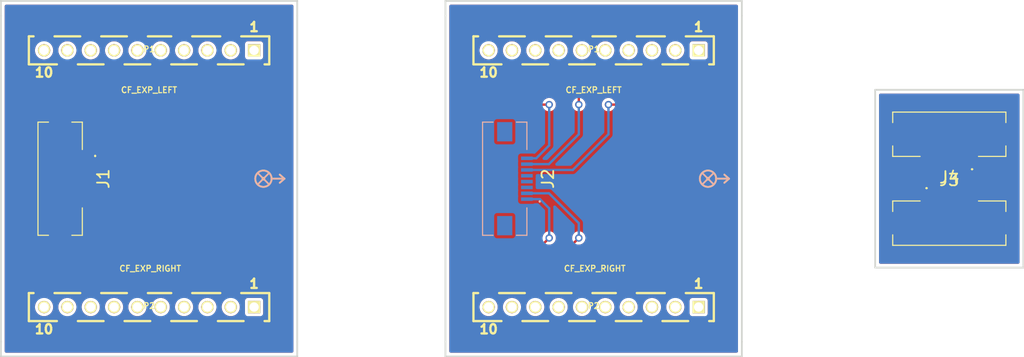
<source format=kicad_pcb>
(kicad_pcb (version 20171130) (host pcbnew "(5.1.9)-1")
  (title_block (title "Crazyflie 2.0 expansion template") (date "20 okt 2014") (rev A) (company "Bitcraze AB") (comment 1 "Licensed under CC-BY 4.0"))
  (layers (0 F.Cu signal) (31 B.Cu signal) (34 B.Paste user) (35 F.Paste user) (36 B.SilkS user) (37 F.SilkS user) (38 B.Mask user) (39 F.Mask user) (44 Edge.Cuts user))
  (net 0 "")
  (net 1 "Net-(P1-Pad2)")
  (net 2 "Net-(P1-Pad1)")
  (net 3 "Net-(P1-Pad8)")
  (net 4 "Net-(P1-Pad9)")
  (net 5 "Net-(P1-Pad3)")
  (net 6 "Net-(P1-Pad7)")
  (net 7 "Net-(P1-Pad6)")
  (net 8 "Net-(P2-Pad10)")
  (net 9 "Net-(P2-Pad2)")
  (net 10 "Net-(P2-Pad1)")
  (net 11 "Net-(P2-Pad3)")
  (net 12 "Net-(P2-Pad4)")
  (net 13 "Net-(P2-Pad7)")
  (net 14 "Net-(P2-Pad6)")
  (net 15 "Net-(P2-Pad5)")
  (net 16 "Net-(J1-Pad1)")
  (net 17 "Net-(J1-Pad2)")
  (net 18 "Net-(J1-Pad3)")
  (net 19 "Net-(J1-Pad4)")
  (net 20 "Net-(J1-Pad5)")
  (net 21 "Net-(J1-Pad6)")
  (net 22 "Net-(J1-Pad7)")
  (net 23 "Net-(J1-Pad8)")
  (net 24 "Net-(J2-Pad8)")
  (net 25 "Net-(J2-Pad7)")
  (net 26 "Net-(J2-Pad6)")
  (net 27 "Net-(J2-Pad5)")
  (net 28 "Net-(J2-Pad4)")
  (net 29 "Net-(J2-Pad3)")
  (net 30 "Net-(J2-Pad2)")
  (net 31 "Net-(J2-Pad1)")
  (net 32 "Net-(J3-Pad1)")
  (net 33 "Net-(J3-Pad2)")
  (net 34 "Net-(J3-Pad3)")
  (net 35 "Net-(J3-Pad4)")
  (net 36 "Net-(J3-Pad5)")
  (net 37 "Net-(J3-Pad6)")
  (net 38 "Net-(J3-Pad7)")
  (net 39 "Net-(J3-Pad8)")
  (module SamacSys_Parts:687108183722 (layer F.Cu) (at 131.381 97.00092 270)
    (fp_text reference J1 (at 0 -3.7 90) (layer F.SilkS))
    (fp_text value Conn_01x08)
    (fp_line (start -1.9 -3) (end -1.9 -3) (layer F.SilkS) (width 0.1))
    (fp_line (start -2 -3) (end -2 -3) (layer F.SilkS) (width 0.1))
    (fp_line (start 4.85 -1.9) (end 4.85 -1) (layer F.SilkS) (width 0.1))
    (fp_line (start 2.5 -1.9) (end 4.85 -1.9) (layer F.SilkS) (width 0.1))
    (fp_line (start -4.85 -1.9) (end -2.5 -1.9) (layer F.SilkS) (width 0.1))
    (fp_line (start -4.85 -1) (end -4.85 -1.9) (layer F.SilkS) (width 0.1))
    (fp_line (start 4.85 1.9) (end 4.85 1) (layer F.SilkS) (width 0.1))
    (fp_line (start -4.85 1.9) (end 4.85 1.9) (layer F.SilkS) (width 0.1))
    (fp_line (start -4.85 1) (end -4.85 1.9) (layer F.SilkS) (width 0.1))
    (fp_arc (start -1.95 -3) (end -1.9 -3) (angle -180) (layer F.SilkS) (width 0.1))
    (fp_arc (start -1.95 -3) (end -2 -3) (angle -180) (layer F.SilkS) (width 0.1))
    (pad MP2 smd rect (at 4.025 0) (size 1.3 1.65) (layers F.Cu F.Paste F.Mask))
    (pad MP1 smd rect (at -4.025 0) (size 1.3 1.65) (layers F.Cu F.Paste F.Mask))
    (pad 8 smd rect (at 1.75 -1.9 270) (size 0.3 1) (layers F.Cu F.Paste F.Mask) (net 23 "Net-(J1-Pad8)"))
    (pad 7 smd rect (at 1.25 -1.9 270) (size 0.3 1) (layers F.Cu F.Paste F.Mask) (net 22 "Net-(J1-Pad7)"))
    (pad 6 smd rect (at 0.75 -1.9 270) (size 0.3 1) (layers F.Cu F.Paste F.Mask) (net 21 "Net-(J1-Pad6)"))
    (pad 5 smd rect (at 0.25 -1.9 270) (size 0.3 1) (layers F.Cu F.Paste F.Mask) (net 20 "Net-(J1-Pad5)"))
    (pad 4 smd rect (at -0.25 -1.9 270) (size 0.3 1) (layers F.Cu F.Paste F.Mask) (net 19 "Net-(J1-Pad4)"))
    (pad 3 smd rect (at -0.75 -1.9 270) (size 0.3 1) (layers F.Cu F.Paste F.Mask) (net 18 "Net-(J1-Pad3)"))
    (pad 2 smd rect (at -1.25 -1.9 270) (size 0.3 1) (layers F.Cu F.Paste F.Mask) (net 17 "Net-(J1-Pad2)"))
    (pad 1 smd rect (at -1.75 -1.9 270) (size 0.3 1) (layers F.Cu F.Paste F.Mask) (net 16 "Net-(J1-Pad1)"))
  )
  (module SamacSys_Parts:687108183722 (layer B.Cu) (at 169.481 97.00092 90)
    (fp_text reference J2 (at 0 3.7 90) (layer F.SilkS))
    (fp_text value Conn_01x08)
    (fp_line (start -1.9 3) (end -1.9 3) (layer B.SilkS) (width 0.1))
    (fp_line (start -2 3) (end -2 3) (layer B.SilkS) (width 0.1))
    (fp_line (start 4.85 1.9) (end 4.85 1) (layer B.SilkS) (width 0.1))
    (fp_line (start 2.5 1.9) (end 4.85 1.9) (layer B.SilkS) (width 0.1))
    (fp_line (start -4.85 1.9) (end -2.5 1.9) (layer B.SilkS) (width 0.1))
    (fp_line (start -4.85 1) (end -4.85 1.9) (layer B.SilkS) (width 0.1))
    (fp_line (start 4.85 -1.9) (end 4.85 -1) (layer B.SilkS) (width 0.1))
    (fp_line (start -4.85 -1.9) (end 4.85 -1.9) (layer B.SilkS) (width 0.1))
    (fp_line (start -4.85 -1) (end -4.85 -1.9) (layer B.SilkS) (width 0.1))
    (fp_arc (start -1.95 3) (end -1.9 3) (angle 180) (layer B.SilkS) (width 0.1))
    (fp_arc (start -1.95 3) (end -2 3) (angle 180) (layer B.SilkS) (width 0.1))
    (pad MP2 smd rect (at 4.025 0) (size 1.3 1.65) (layers B.Cu B.Paste B.Mask))
    (pad MP1 smd rect (at -4.025 0) (size 1.3 1.65) (layers B.Cu B.Paste B.Mask))
    (pad 8 smd rect (at 1.75 1.9 90) (size 0.3 1) (layers B.Cu B.Paste B.Mask) (net 24 "Net-(J2-Pad8)"))
    (pad 7 smd rect (at 1.25 1.9 90) (size 0.3 1) (layers B.Cu B.Paste B.Mask) (net 25 "Net-(J2-Pad7)"))
    (pad 6 smd rect (at 0.75 1.9 90) (size 0.3 1) (layers B.Cu B.Paste B.Mask) (net 26 "Net-(J2-Pad6)"))
    (pad 5 smd rect (at 0.25 1.9 90) (size 0.3 1) (layers B.Cu B.Paste B.Mask) (net 27 "Net-(J2-Pad5)"))
    (pad 4 smd rect (at -0.25 1.9 90) (size 0.3 1) (layers B.Cu B.Paste B.Mask) (net 28 "Net-(J2-Pad4)"))
    (pad 3 smd rect (at -0.75 1.9 90) (size 0.3 1) (layers B.Cu B.Paste B.Mask) (net 29 "Net-(J2-Pad3)"))
    (pad 2 smd rect (at -1.25 1.9 90) (size 0.3 1) (layers B.Cu B.Paste B.Mask) (net 30 "Net-(J2-Pad2)"))
    (pad 1 smd rect (at -1.75 1.9 90) (size 0.3 1) (layers B.Cu B.Paste B.Mask) (net 31 "Net-(J2-Pad1)"))
  )
  (module SamacSys_Parts:687108183722 (layer F.Cu) (at 207.581 100.81092)
    (fp_text reference J3 (at 0 -3.7) (layer F.SilkS))
    (fp_text value Conn_01x08)
    (fp_line (start -1.9 -3) (end -1.9 -3) (layer F.SilkS) (width 0.1))
    (fp_line (start -2 -3) (end -2 -3) (layer F.SilkS) (width 0.1))
    (fp_line (start 4.85 -1.9) (end 4.85 -1) (layer F.SilkS) (width 0.1))
    (fp_line (start 2.5 -1.9) (end 4.85 -1.9) (layer F.SilkS) (width 0.1))
    (fp_line (start -4.85 -1.9) (end -2.5 -1.9) (layer F.SilkS) (width 0.1))
    (fp_line (start -4.85 -1) (end -4.85 -1.9) (layer F.SilkS) (width 0.1))
    (fp_line (start 4.85 1.9) (end 4.85 1) (layer F.SilkS) (width 0.1))
    (fp_line (start -4.85 1.9) (end 4.85 1.9) (layer F.SilkS) (width 0.1))
    (fp_line (start -4.85 1) (end -4.85 1.9) (layer F.SilkS) (width 0.1))
    (fp_arc (start -1.95 -3) (end -1.9 -3) (angle -180) (layer F.SilkS) (width 0.1))
    (fp_arc (start -1.95 -3) (end -2 -3) (angle -180) (layer F.SilkS) (width 0.1))
    (pad MP2 smd rect (at 4.025 0 90) (size 1.3 1.65) (layers F.Cu F.Paste F.Mask))
    (pad MP1 smd rect (at -4.025 0 90) (size 1.3 1.65) (layers F.Cu F.Paste F.Mask))
    (pad 8 smd rect (at 1.75 -1.9) (size 0.3 1) (layers F.Cu F.Paste F.Mask) (net 39 "Net-(J3-Pad8)"))
    (pad 7 smd rect (at 1.25 -1.9) (size 0.3 1) (layers F.Cu F.Paste F.Mask) (net 38 "Net-(J3-Pad7)"))
    (pad 6 smd rect (at 0.75 -1.9) (size 0.3 1) (layers F.Cu F.Paste F.Mask) (net 37 "Net-(J3-Pad6)"))
    (pad 5 smd rect (at 0.25 -1.9) (size 0.3 1) (layers F.Cu F.Paste F.Mask) (net 36 "Net-(J3-Pad5)"))
    (pad 4 smd rect (at -0.25 -1.9) (size 0.3 1) (layers F.Cu F.Paste F.Mask) (net 35 "Net-(J3-Pad4)"))
    (pad 3 smd rect (at -0.75 -1.9) (size 0.3 1) (layers F.Cu F.Paste F.Mask) (net 34 "Net-(J3-Pad3)"))
    (pad 2 smd rect (at -1.25 -1.9) (size 0.3 1) (layers F.Cu F.Paste F.Mask) (net 33 "Net-(J3-Pad2)"))
    (pad 1 smd rect (at -1.75 -1.9) (size 0.3 1) (layers F.Cu F.Paste F.Mask) (net 32 "Net-(J3-Pad1)"))
  )
  (module SamacSys_Parts:687108183722 (layer F.Cu) (at 207.581 93.19092 180)
    (fp_text reference J4 (at 0 -3.7) (layer F.SilkS))
    (fp_text value Conn_01x08)
    (fp_line (start -1.9 -3) (end -1.9 -3) (layer F.SilkS) (width 0.1))
    (fp_line (start -2 -3) (end -2 -3) (layer F.SilkS) (width 0.1))
    (fp_line (start 4.85 -1.9) (end 4.85 -1) (layer F.SilkS) (width 0.1))
    (fp_line (start 2.5 -1.9) (end 4.85 -1.9) (layer F.SilkS) (width 0.1))
    (fp_line (start -4.85 -1.9) (end -2.5 -1.9) (layer F.SilkS) (width 0.1))
    (fp_line (start -4.85 -1) (end -4.85 -1.9) (layer F.SilkS) (width 0.1))
    (fp_line (start 4.85 1.9) (end 4.85 1) (layer F.SilkS) (width 0.1))
    (fp_line (start -4.85 1.9) (end 4.85 1.9) (layer F.SilkS) (width 0.1))
    (fp_line (start -4.85 1) (end -4.85 1.9) (layer F.SilkS) (width 0.1))
    (fp_arc (start -1.95 -3) (end -1.9 -3) (angle -180) (layer F.SilkS) (width 0.1))
    (fp_arc (start -1.95 -3) (end -2 -3) (angle -180) (layer F.SilkS) (width 0.1))
    (pad MP2 smd rect (at 4.025 0 270) (size 1.3 1.65) (layers F.Cu F.Paste F.Mask))
    (pad MP1 smd rect (at -4.025 0 270) (size 1.3 1.65) (layers F.Cu F.Paste F.Mask))
    (pad 8 smd rect (at 1.75 -1.9 180) (size 0.3 1) (layers F.Cu F.Paste F.Mask) (net 32 "Net-(J3-Pad1)"))
    (pad 7 smd rect (at 1.25 -1.9 180) (size 0.3 1) (layers F.Cu F.Paste F.Mask) (net 33 "Net-(J3-Pad2)"))
    (pad 6 smd rect (at 0.75 -1.9 180) (size 0.3 1) (layers F.Cu F.Paste F.Mask) (net 34 "Net-(J3-Pad3)"))
    (pad 5 smd rect (at 0.25 -1.9 180) (size 0.3 1) (layers F.Cu F.Paste F.Mask) (net 35 "Net-(J3-Pad4)"))
    (pad 4 smd rect (at -0.25 -1.9 180) (size 0.3 1) (layers F.Cu F.Paste F.Mask) (net 36 "Net-(J3-Pad5)"))
    (pad 3 smd rect (at -0.75 -1.9 180) (size 0.3 1) (layers F.Cu F.Paste F.Mask) (net 37 "Net-(J3-Pad6)"))
    (pad 2 smd rect (at -1.25 -1.9 180) (size 0.3 1) (layers F.Cu F.Paste F.Mask) (net 38 "Net-(J3-Pad7)"))
    (pad 1 smd rect (at -1.75 -1.9 180) (size 0.3 1) (layers F.Cu F.Paste F.Mask) (net 39 "Net-(J3-Pad8)"))
  )
  (module bitcraze:EXP_ORIENTATION (layer F.Cu) (at 186.901 97.00092)
    (fp_text reference EXP_ORIENTATION hide)
    (fp_text value VAL** hide)
    (fp_line (start 0 0) (end -0.475 0.475) (layer B.SilkS) (width 0.15))
    (fp_line (start 0 0) (end 0.475 0.475) (layer B.SilkS) (width 0.15))
    (fp_line (start 0 0) (end 0.475 -0.475) (layer B.SilkS) (width 0.15))
    (fp_line (start 0 0) (end -0.475 -0.475) (layer B.SilkS) (width 0.15))
    (fp_circle (center 0 0) (end 0.7 0.025) (layer B.SilkS) (width 0.15))
    (fp_line (start 0.7 0) (end 1.8 0) (layer B.SilkS) (width 0.15))
    (fp_line (start 1.8 0) (end 1.4 -0.35) (layer B.SilkS) (width 0.15))
    (fp_line (start 1.8 0) (end 1.4 0.35) (layer B.SilkS) (width 0.15))
    (fp_line (start 1.8 0) (end 1.4 0.35) (layer F.SilkS) (width 0.15))
    (fp_line (start 1.8 0) (end 1.4 -0.35) (layer F.SilkS) (width 0.15))
    (fp_line (start 0.7 0) (end 1.8 0) (layer F.SilkS) (width 0.15))
    (fp_circle (center 0 0) (end 0.7 0.025) (layer F.SilkS) (width 0.15))
    (fp_circle (center 0 0) (end 0.075 0.025) (layer F.SilkS) (width 0.15))
  )
  (module connectors:BF090-10-X-B2 (layer F.Cu) (at 177.101 108.00092 180)
    (fp_text reference P2 (at 0 0.1 180) (layer F.SilkS) (effects (font (size 0.5 0.5) (thickness 0.1))))
    (fp_text value CF_EXP_RIGHT (at -0.1 3.3 180) (layer F.SilkS) (effects (font (size 0.5 0.5) (thickness 0.1))))
    (fp_line (start 7.9 -1.2) (end 10.3 -1.2) (layer F.SilkS) (width 0.2))
    (fp_line (start 10.3 -1.2) (end 10.3 1.2) (layer F.SilkS) (width 0.2))
    (fp_line (start 10.3 1.2) (end 9.9 1.2) (layer F.SilkS) (width 0.2))
    (fp_line (start 3.9 -1.2) (end 6.1 -1.2) (layer F.SilkS) (width 0.2))
    (fp_line (start -0.1 -1.2) (end 2.1 -1.2) (layer F.SilkS) (width 0.2))
    (fp_line (start 5.9 1.2) (end 8.1 1.2) (layer F.SilkS) (width 0.2))
    (fp_line (start 1.9 1.2) (end 4.1 1.2) (layer F.SilkS) (width 0.2))
    (fp_line (start -1.9 1.2) (end 0.1 1.2) (layer F.SilkS) (width 0.2))
    (fp_line (start -4.1 -1.2) (end -1.9 -1.2) (layer F.SilkS) (width 0.2))
    (fp_line (start -6.1 1.2) (end -3.7 1.2) (layer F.SilkS) (width 0.2))
    (fp_line (start -8.1 -1.2) (end -5.9 -1.2) (layer F.SilkS) (width 0.2))
    (fp_line (start -10.3 -1.2) (end -9.9 -1.2) (layer F.SilkS) (width 0.2))
    (fp_line (start -10.3 -1.2) (end -10.3 1.2) (layer F.SilkS) (width 0.2))
    (fp_line (start -10.3 1.2) (end -7.9 1.2) (layer F.SilkS) (width 0.2))
    (fp_text user 1 (at -9 2 180) (layer F.SilkS) (effects (font (size 0.8 0.8) (thickness 0.2))))
    (fp_text user 10 (at 9 -1.9 180) (layer F.SilkS) (effects (font (size 0.8 0.8) (thickness 0.2))))
    (pad 10 smd circle (at 9 0 180) (size 1.05 1.05) (layers F.Cu F.Mask))
    (pad 9 smd circle (at 7 0 180) (size 1.05 1.05) (layers F.Cu F.Mask))
    (pad 8 smd circle (at 5 0 180) (size 1.05 1.05) (layers F.Cu F.Mask))
    (pad 7 smd circle (at 3 0 180) (size 1.05 1.05) (layers F.Cu F.Mask))
    (pad 6 smd circle (at 1 0 180) (size 1.05 1.05) (layers F.Cu F.Mask))
    (pad 5 smd circle (at -1 0 180) (size 1.05 1.05) (layers F.Cu F.Mask))
    (pad 4 smd circle (at -3 0 180) (size 1.05 1.05) (layers F.Cu F.Mask))
    (pad 3 smd circle (at -5 0 180) (size 1.05 1.05) (layers F.Cu F.Mask))
    (pad 2 smd circle (at -7 0 180) (size 1.05 1.05) (layers F.Cu F.Mask))
    (pad 1 smd circle (at -9 0 180) (size 1.05 1.05) (layers F.Cu F.Mask))
    (pad 10 smd rect (at 9 1.6 180) (size 1 1.6) (layers F.Cu F.Paste F.Mask))
    (pad 9 smd rect (at 7 -1.6 180) (size 1 1.6) (layers F.Cu F.Paste F.Mask))
    (pad 8 smd rect (at 5 1.6 180) (size 1 1.6) (layers F.Cu F.Paste F.Mask))
    (pad 7 smd rect (at 3 -1.6 180) (size 1 1.6) (layers F.Cu F.Paste F.Mask))
    (pad 6 smd rect (at 1 1.6 180) (size 1 1.6) (layers F.Cu F.Paste F.Mask))
    (pad 5 smd rect (at -1 -1.6 180) (size 1 1.6) (layers F.Cu F.Paste F.Mask))
    (pad 4 smd rect (at -3 1.6 180) (size 1 1.6) (layers F.Cu F.Paste F.Mask))
    (pad 3 smd rect (at -5 -1.6 180) (size 1 1.6) (layers F.Cu F.Paste F.Mask))
    (pad 2 smd rect (at -7 1.6 180) (size 1 1.6) (layers F.Cu F.Paste F.Mask))
    (pad 1 smd rect (at -9 -1.6 180) (size 1 1.6) (layers F.Cu F.Paste F.Mask))
    (pad 5 thru_hole circle (at -1 0 180) (size 1.05 1.05) (drill 0.8) (layers *.Cu F.SilkS B.Mask))
    (pad 6 thru_hole circle (at 1 0 180) (size 1.05 1.05) (drill 0.8) (layers *.Cu F.SilkS B.Mask))
    (pad 7 thru_hole circle (at 3 0 180) (size 1.05 1.05) (drill 0.8) (layers *.Cu F.SilkS B.Mask))
    (pad 4 thru_hole circle (at -3 0 180) (size 1.05 1.05) (drill 0.8) (layers *.Cu F.SilkS B.Mask))
    (pad 3 thru_hole circle (at -5 0 180) (size 1.05 1.05) (drill 0.8) (layers *.Cu F.SilkS B.Mask))
    (pad 9 thru_hole circle (at 7 0 180) (size 1.05 1.05) (drill 0.8) (layers *.Cu F.SilkS B.Mask))
    (pad 8 thru_hole circle (at 5 0 180) (size 1.05 1.05) (drill 0.8) (layers *.Cu F.SilkS B.Mask))
    (pad 1 thru_hole rect (at -9 0 180) (size 1.05 1.05) (drill 0.8) (layers *.Cu F.SilkS B.Mask))
    (pad 2 thru_hole circle (at -7 0 180) (size 1.05 1.05) (drill 0.8) (layers *.Cu F.SilkS B.Mask))
    (pad 10 thru_hole circle (at 9 0 180) (size 1.05 1.05) (drill 0.8) (layers *.Cu F.SilkS B.Mask))
  )
  (module connectors:BF090-10-X-B2 (layer F.Cu) (at 177.101 86.00092 180)
    (fp_text reference P1 (at 0 0.1 180) (layer F.SilkS) (effects (font (size 0.5 0.5) (thickness 0.1))))
    (fp_text value CF_EXP_LEFT (at 0 -3.4 180) (layer F.SilkS) (effects (font (size 0.5 0.5) (thickness 0.1))))
    (fp_line (start 7.9 -1.2) (end 10.3 -1.2) (layer F.SilkS) (width 0.2))
    (fp_line (start 10.3 -1.2) (end 10.3 1.2) (layer F.SilkS) (width 0.2))
    (fp_line (start 10.3 1.2) (end 9.9 1.2) (layer F.SilkS) (width 0.2))
    (fp_line (start 3.9 -1.2) (end 6.1 -1.2) (layer F.SilkS) (width 0.2))
    (fp_line (start -0.1 -1.2) (end 2.1 -1.2) (layer F.SilkS) (width 0.2))
    (fp_line (start 5.9 1.2) (end 8.1 1.2) (layer F.SilkS) (width 0.2))
    (fp_line (start 1.9 1.2) (end 4.1 1.2) (layer F.SilkS) (width 0.2))
    (fp_line (start -1.9 1.2) (end 0.1 1.2) (layer F.SilkS) (width 0.2))
    (fp_line (start -4.1 -1.2) (end -1.9 -1.2) (layer F.SilkS) (width 0.2))
    (fp_line (start -6.1 1.2) (end -3.7 1.2) (layer F.SilkS) (width 0.2))
    (fp_line (start -8.1 -1.2) (end -5.9 -1.2) (layer F.SilkS) (width 0.2))
    (fp_line (start -10.3 -1.2) (end -9.9 -1.2) (layer F.SilkS) (width 0.2))
    (fp_line (start -10.3 -1.2) (end -10.3 1.2) (layer F.SilkS) (width 0.2))
    (fp_line (start -10.3 1.2) (end -7.9 1.2) (layer F.SilkS) (width 0.2))
    (fp_text user 1 (at -9 2 180) (layer F.SilkS) (effects (font (size 0.8 0.8) (thickness 0.2))))
    (fp_text user 10 (at 9 -1.9 180) (layer F.SilkS) (effects (font (size 0.8 0.8) (thickness 0.2))))
    (pad 10 smd circle (at 9 0 180) (size 1.05 1.05) (layers F.Cu F.Mask))
    (pad 9 smd circle (at 7 0 180) (size 1.05 1.05) (layers F.Cu F.Mask))
    (pad 8 smd circle (at 5 0 180) (size 1.05 1.05) (layers F.Cu F.Mask))
    (pad 7 smd circle (at 3 0 180) (size 1.05 1.05) (layers F.Cu F.Mask))
    (pad 6 smd circle (at 1 0 180) (size 1.05 1.05) (layers F.Cu F.Mask))
    (pad 5 smd circle (at -1 0 180) (size 1.05 1.05) (layers F.Cu F.Mask))
    (pad 4 smd circle (at -3 0 180) (size 1.05 1.05) (layers F.Cu F.Mask))
    (pad 3 smd circle (at -5 0 180) (size 1.05 1.05) (layers F.Cu F.Mask))
    (pad 2 smd circle (at -7 0 180) (size 1.05 1.05) (layers F.Cu F.Mask))
    (pad 1 smd circle (at -9 0 180) (size 1.05 1.05) (layers F.Cu F.Mask))
    (pad 10 smd rect (at 9 1.6 180) (size 1 1.6) (layers F.Cu F.Paste F.Mask))
    (pad 9 smd rect (at 7 -1.6 180) (size 1 1.6) (layers F.Cu F.Paste F.Mask))
    (pad 8 smd rect (at 5 1.6 180) (size 1 1.6) (layers F.Cu F.Paste F.Mask))
    (pad 7 smd rect (at 3 -1.6 180) (size 1 1.6) (layers F.Cu F.Paste F.Mask))
    (pad 6 smd rect (at 1 1.6 180) (size 1 1.6) (layers F.Cu F.Paste F.Mask))
    (pad 5 smd rect (at -1 -1.6 180) (size 1 1.6) (layers F.Cu F.Paste F.Mask))
    (pad 4 smd rect (at -3 1.6 180) (size 1 1.6) (layers F.Cu F.Paste F.Mask))
    (pad 3 smd rect (at -5 -1.6 180) (size 1 1.6) (layers F.Cu F.Paste F.Mask))
    (pad 2 smd rect (at -7 1.6 180) (size 1 1.6) (layers F.Cu F.Paste F.Mask))
    (pad 1 smd rect (at -9 -1.6 180) (size 1 1.6) (layers F.Cu F.Paste F.Mask))
    (pad 5 thru_hole circle (at -1 0 180) (size 1.05 1.05) (drill 0.8) (layers *.Cu F.SilkS B.Mask))
    (pad 6 thru_hole circle (at 1 0 180) (size 1.05 1.05) (drill 0.8) (layers *.Cu F.SilkS B.Mask))
    (pad 7 thru_hole circle (at 3 0 180) (size 1.05 1.05) (drill 0.8) (layers *.Cu F.SilkS B.Mask))
    (pad 4 thru_hole circle (at -3 0 180) (size 1.05 1.05) (drill 0.8) (layers *.Cu F.SilkS B.Mask))
    (pad 3 thru_hole circle (at -5 0 180) (size 1.05 1.05) (drill 0.8) (layers *.Cu F.SilkS B.Mask))
    (pad 9 thru_hole circle (at 7 0 180) (size 1.05 1.05) (drill 0.8) (layers *.Cu F.SilkS B.Mask))
    (pad 8 thru_hole circle (at 5 0 180) (size 1.05 1.05) (drill 0.8) (layers *.Cu F.SilkS B.Mask))
    (pad 1 thru_hole rect (at -9 0 180) (size 1.05 1.05) (drill 0.8) (layers *.Cu F.SilkS B.Mask))
    (pad 2 thru_hole circle (at -7 0 180) (size 1.05 1.05) (drill 0.8) (layers *.Cu F.SilkS B.Mask))
    (pad 10 thru_hole circle (at 9 0 180) (size 1.05 1.05) (drill 0.8) (layers *.Cu F.SilkS B.Mask))
  )
  (module bitcraze:EXP_ORIENTATION (layer F.Cu) (at 148.801 97.00092)
    (fp_text reference EXP_ORIENTATION hide)
    (fp_text value VAL** hide)
    (fp_line (start 0 0) (end -0.475 0.475) (layer B.SilkS) (width 0.15))
    (fp_line (start 0 0) (end 0.475 0.475) (layer B.SilkS) (width 0.15))
    (fp_line (start 0 0) (end 0.475 -0.475) (layer B.SilkS) (width 0.15))
    (fp_line (start 0 0) (end -0.475 -0.475) (layer B.SilkS) (width 0.15))
    (fp_circle (center 0 0) (end 0.7 0.025) (layer B.SilkS) (width 0.15))
    (fp_line (start 0.7 0) (end 1.8 0) (layer B.SilkS) (width 0.15))
    (fp_line (start 1.8 0) (end 1.4 -0.35) (layer B.SilkS) (width 0.15))
    (fp_line (start 1.8 0) (end 1.4 0.35) (layer B.SilkS) (width 0.15))
    (fp_line (start 1.8 0) (end 1.4 0.35) (layer F.SilkS) (width 0.15))
    (fp_line (start 1.8 0) (end 1.4 -0.35) (layer F.SilkS) (width 0.15))
    (fp_line (start 0.7 0) (end 1.8 0) (layer F.SilkS) (width 0.15))
    (fp_circle (center 0 0) (end 0.7 0.025) (layer F.SilkS) (width 0.15))
    (fp_circle (center 0 0) (end 0.075 0.025) (layer F.SilkS) (width 0.15))
  )
  (module connectors:BF090-10-X-B2 (layer F.Cu) (at 139.001 86.00092 180)
    (fp_text reference P1 (at 0 0.1 180) (layer F.SilkS) (effects (font (size 0.5 0.5) (thickness 0.1))))
    (fp_text value CF_EXP_LEFT (at 0 -3.4 180) (layer F.SilkS) (effects (font (size 0.5 0.5) (thickness 0.1))))
    (fp_line (start 7.9 -1.2) (end 10.3 -1.2) (layer F.SilkS) (width 0.2))
    (fp_line (start 10.3 -1.2) (end 10.3 1.2) (layer F.SilkS) (width 0.2))
    (fp_line (start 10.3 1.2) (end 9.9 1.2) (layer F.SilkS) (width 0.2))
    (fp_line (start 3.9 -1.2) (end 6.1 -1.2) (layer F.SilkS) (width 0.2))
    (fp_line (start -0.1 -1.2) (end 2.1 -1.2) (layer F.SilkS) (width 0.2))
    (fp_line (start 5.9 1.2) (end 8.1 1.2) (layer F.SilkS) (width 0.2))
    (fp_line (start 1.9 1.2) (end 4.1 1.2) (layer F.SilkS) (width 0.2))
    (fp_line (start -1.9 1.2) (end 0.1 1.2) (layer F.SilkS) (width 0.2))
    (fp_line (start -4.1 -1.2) (end -1.9 -1.2) (layer F.SilkS) (width 0.2))
    (fp_line (start -6.1 1.2) (end -3.7 1.2) (layer F.SilkS) (width 0.2))
    (fp_line (start -8.1 -1.2) (end -5.9 -1.2) (layer F.SilkS) (width 0.2))
    (fp_line (start -10.3 -1.2) (end -9.9 -1.2) (layer F.SilkS) (width 0.2))
    (fp_line (start -10.3 -1.2) (end -10.3 1.2) (layer F.SilkS) (width 0.2))
    (fp_line (start -10.3 1.2) (end -7.9 1.2) (layer F.SilkS) (width 0.2))
    (fp_text user 10 (at 9 -1.9 180) (layer F.SilkS) (effects (font (size 0.8 0.8) (thickness 0.2))))
    (fp_text user 1 (at -9 2 180) (layer F.SilkS) (effects (font (size 0.8 0.8) (thickness 0.2))))
    (pad 10 thru_hole circle (at 9 0 180) (size 1.05 1.05) (drill 0.8) (layers *.Cu F.SilkS B.Mask) (net 16 "Net-(J1-Pad1)"))
    (pad 2 thru_hole circle (at -7 0 180) (size 1.05 1.05) (drill 0.8) (layers *.Cu F.SilkS B.Mask) (net 1 "Net-(P1-Pad2)"))
    (pad 1 thru_hole rect (at -9 0 180) (size 1.05 1.05) (drill 0.8) (layers *.Cu F.SilkS B.Mask) (net 2 "Net-(P1-Pad1)"))
    (pad 8 thru_hole circle (at 5 0 180) (size 1.05 1.05) (drill 0.8) (layers *.Cu F.SilkS B.Mask) (net 3 "Net-(P1-Pad8)"))
    (pad 9 thru_hole circle (at 7 0 180) (size 1.05 1.05) (drill 0.8) (layers *.Cu F.SilkS B.Mask) (net 4 "Net-(P1-Pad9)"))
    (pad 3 thru_hole circle (at -5 0 180) (size 1.05 1.05) (drill 0.8) (layers *.Cu F.SilkS B.Mask) (net 5 "Net-(P1-Pad3)"))
    (pad 4 thru_hole circle (at -3 0 180) (size 1.05 1.05) (drill 0.8) (layers *.Cu F.SilkS B.Mask) (net 18 "Net-(J1-Pad3)"))
    (pad 7 thru_hole circle (at 3 0 180) (size 1.05 1.05) (drill 0.8) (layers *.Cu F.SilkS B.Mask) (net 6 "Net-(P1-Pad7)"))
    (pad 6 thru_hole circle (at 1 0 180) (size 1.05 1.05) (drill 0.8) (layers *.Cu F.SilkS B.Mask) (net 7 "Net-(P1-Pad6)"))
    (pad 5 thru_hole circle (at -1 0 180) (size 1.05 1.05) (drill 0.8) (layers *.Cu F.SilkS B.Mask) (net 17 "Net-(J1-Pad2)"))
    (pad 1 smd rect (at -9 -1.6 180) (size 1 1.6) (layers F.Cu F.Paste F.Mask) (net 2 "Net-(P1-Pad1)"))
    (pad 2 smd rect (at -7 1.6 180) (size 1 1.6) (layers F.Cu F.Paste F.Mask) (net 1 "Net-(P1-Pad2)"))
    (pad 3 smd rect (at -5 -1.6 180) (size 1 1.6) (layers F.Cu F.Paste F.Mask) (net 5 "Net-(P1-Pad3)"))
    (pad 4 smd rect (at -3 1.6 180) (size 1 1.6) (layers F.Cu F.Paste F.Mask) (net 18 "Net-(J1-Pad3)"))
    (pad 5 smd rect (at -1 -1.6 180) (size 1 1.6) (layers F.Cu F.Paste F.Mask) (net 17 "Net-(J1-Pad2)"))
    (pad 6 smd rect (at 1 1.6 180) (size 1 1.6) (layers F.Cu F.Paste F.Mask) (net 7 "Net-(P1-Pad6)"))
    (pad 7 smd rect (at 3 -1.6 180) (size 1 1.6) (layers F.Cu F.Paste F.Mask) (net 6 "Net-(P1-Pad7)"))
    (pad 8 smd rect (at 5 1.6 180) (size 1 1.6) (layers F.Cu F.Paste F.Mask) (net 3 "Net-(P1-Pad8)"))
    (pad 9 smd rect (at 7 -1.6 180) (size 1 1.6) (layers F.Cu F.Paste F.Mask) (net 4 "Net-(P1-Pad9)"))
    (pad 10 smd rect (at 9 1.6 180) (size 1 1.6) (layers F.Cu F.Paste F.Mask) (net 16 "Net-(J1-Pad1)"))
    (pad 1 smd circle (at -9 0 180) (size 1.05 1.05) (layers F.Cu F.Mask) (net 2 "Net-(P1-Pad1)"))
    (pad 2 smd circle (at -7 0 180) (size 1.05 1.05) (layers F.Cu F.Mask) (net 1 "Net-(P1-Pad2)"))
    (pad 3 smd circle (at -5 0 180) (size 1.05 1.05) (layers F.Cu F.Mask) (net 5 "Net-(P1-Pad3)"))
    (pad 4 smd circle (at -3 0 180) (size 1.05 1.05) (layers F.Cu F.Mask) (net 18 "Net-(J1-Pad3)"))
    (pad 5 smd circle (at -1 0 180) (size 1.05 1.05) (layers F.Cu F.Mask) (net 17 "Net-(J1-Pad2)"))
    (pad 6 smd circle (at 1 0 180) (size 1.05 1.05) (layers F.Cu F.Mask) (net 7 "Net-(P1-Pad6)"))
    (pad 7 smd circle (at 3 0 180) (size 1.05 1.05) (layers F.Cu F.Mask) (net 6 "Net-(P1-Pad7)"))
    (pad 8 smd circle (at 5 0 180) (size 1.05 1.05) (layers F.Cu F.Mask) (net 3 "Net-(P1-Pad8)"))
    (pad 9 smd circle (at 7 0 180) (size 1.05 1.05) (layers F.Cu F.Mask) (net 4 "Net-(P1-Pad9)"))
    (pad 10 smd circle (at 9 0 180) (size 1.05 1.05) (layers F.Cu F.Mask) (net 16 "Net-(J1-Pad1)"))
  )
  (module connectors:BF090-10-X-B2 (layer F.Cu) (at 139.001 108.00092 180)
    (fp_text reference P2 (at 0 0.1 180) (layer F.SilkS) (effects (font (size 0.5 0.5) (thickness 0.1))))
    (fp_text value CF_EXP_RIGHT (at -0.1 3.3 180) (layer F.SilkS) (effects (font (size 0.5 0.5) (thickness 0.1))))
    (fp_line (start 7.9 -1.2) (end 10.3 -1.2) (layer F.SilkS) (width 0.2))
    (fp_line (start 10.3 -1.2) (end 10.3 1.2) (layer F.SilkS) (width 0.2))
    (fp_line (start 10.3 1.2) (end 9.9 1.2) (layer F.SilkS) (width 0.2))
    (fp_line (start 3.9 -1.2) (end 6.1 -1.2) (layer F.SilkS) (width 0.2))
    (fp_line (start -0.1 -1.2) (end 2.1 -1.2) (layer F.SilkS) (width 0.2))
    (fp_line (start 5.9 1.2) (end 8.1 1.2) (layer F.SilkS) (width 0.2))
    (fp_line (start 1.9 1.2) (end 4.1 1.2) (layer F.SilkS) (width 0.2))
    (fp_line (start -1.9 1.2) (end 0.1 1.2) (layer F.SilkS) (width 0.2))
    (fp_line (start -4.1 -1.2) (end -1.9 -1.2) (layer F.SilkS) (width 0.2))
    (fp_line (start -6.1 1.2) (end -3.7 1.2) (layer F.SilkS) (width 0.2))
    (fp_line (start -8.1 -1.2) (end -5.9 -1.2) (layer F.SilkS) (width 0.2))
    (fp_line (start -10.3 -1.2) (end -9.9 -1.2) (layer F.SilkS) (width 0.2))
    (fp_line (start -10.3 -1.2) (end -10.3 1.2) (layer F.SilkS) (width 0.2))
    (fp_line (start -10.3 1.2) (end -7.9 1.2) (layer F.SilkS) (width 0.2))
    (fp_text user 10 (at 9 -1.9 180) (layer F.SilkS) (effects (font (size 0.8 0.8) (thickness 0.2))))
    (fp_text user 1 (at -9 2 180) (layer F.SilkS) (effects (font (size 0.8 0.8) (thickness 0.2))))
    (pad 10 thru_hole circle (at 9 0 180) (size 1.05 1.05) (drill 0.8) (layers *.Cu F.SilkS B.Mask) (net 8 "Net-(P2-Pad10)"))
    (pad 2 thru_hole circle (at -7 0 180) (size 1.05 1.05) (drill 0.8) (layers *.Cu F.SilkS B.Mask) (net 9 "Net-(P2-Pad2)"))
    (pad 1 thru_hole rect (at -9 0 180) (size 1.05 1.05) (drill 0.8) (layers *.Cu F.SilkS B.Mask) (net 10 "Net-(P2-Pad1)"))
    (pad 8 thru_hole circle (at 5 0 180) (size 1.05 1.05) (drill 0.8) (layers *.Cu F.SilkS B.Mask) (net 22 "Net-(J1-Pad7)"))
    (pad 9 thru_hole circle (at 7 0 180) (size 1.05 1.05) (drill 0.8) (layers *.Cu F.SilkS B.Mask) (net 23 "Net-(J1-Pad8)"))
    (pad 3 thru_hole circle (at -5 0 180) (size 1.05 1.05) (drill 0.8) (layers *.Cu F.SilkS B.Mask) (net 11 "Net-(P2-Pad3)"))
    (pad 4 thru_hole circle (at -3 0 180) (size 1.05 1.05) (drill 0.8) (layers *.Cu F.SilkS B.Mask) (net 12 "Net-(P2-Pad4)"))
    (pad 7 thru_hole circle (at 3 0 180) (size 1.05 1.05) (drill 0.8) (layers *.Cu F.SilkS B.Mask) (net 13 "Net-(P2-Pad7)"))
    (pad 6 thru_hole circle (at 1 0 180) (size 1.05 1.05) (drill 0.8) (layers *.Cu F.SilkS B.Mask) (net 14 "Net-(P2-Pad6)"))
    (pad 5 thru_hole circle (at -1 0 180) (size 1.05 1.05) (drill 0.8) (layers *.Cu F.SilkS B.Mask) (net 15 "Net-(P2-Pad5)"))
    (pad 1 smd rect (at -9 -1.6 180) (size 1 1.6) (layers F.Cu F.Paste F.Mask) (net 10 "Net-(P2-Pad1)"))
    (pad 2 smd rect (at -7 1.6 180) (size 1 1.6) (layers F.Cu F.Paste F.Mask) (net 9 "Net-(P2-Pad2)"))
    (pad 3 smd rect (at -5 -1.6 180) (size 1 1.6) (layers F.Cu F.Paste F.Mask) (net 11 "Net-(P2-Pad3)"))
    (pad 4 smd rect (at -3 1.6 180) (size 1 1.6) (layers F.Cu F.Paste F.Mask) (net 12 "Net-(P2-Pad4)"))
    (pad 5 smd rect (at -1 -1.6 180) (size 1 1.6) (layers F.Cu F.Paste F.Mask) (net 15 "Net-(P2-Pad5)"))
    (pad 6 smd rect (at 1 1.6 180) (size 1 1.6) (layers F.Cu F.Paste F.Mask) (net 14 "Net-(P2-Pad6)"))
    (pad 7 smd rect (at 3 -1.6 180) (size 1 1.6) (layers F.Cu F.Paste F.Mask) (net 13 "Net-(P2-Pad7)"))
    (pad 8 smd rect (at 5 1.6 180) (size 1 1.6) (layers F.Cu F.Paste F.Mask) (net 22 "Net-(J1-Pad7)"))
    (pad 9 smd rect (at 7 -1.6 180) (size 1 1.6) (layers F.Cu F.Paste F.Mask) (net 23 "Net-(J1-Pad8)"))
    (pad 10 smd rect (at 9 1.6 180) (size 1 1.6) (layers F.Cu F.Paste F.Mask) (net 8 "Net-(P2-Pad10)"))
    (pad 1 smd circle (at -9 0 180) (size 1.05 1.05) (layers F.Cu F.Mask) (net 10 "Net-(P2-Pad1)"))
    (pad 2 smd circle (at -7 0 180) (size 1.05 1.05) (layers F.Cu F.Mask) (net 9 "Net-(P2-Pad2)"))
    (pad 3 smd circle (at -5 0 180) (size 1.05 1.05) (layers F.Cu F.Mask) (net 11 "Net-(P2-Pad3)"))
    (pad 4 smd circle (at -3 0 180) (size 1.05 1.05) (layers F.Cu F.Mask) (net 12 "Net-(P2-Pad4)"))
    (pad 5 smd circle (at -1 0 180) (size 1.05 1.05) (layers F.Cu F.Mask) (net 15 "Net-(P2-Pad5)"))
    (pad 6 smd circle (at 1 0 180) (size 1.05 1.05) (layers F.Cu F.Mask) (net 14 "Net-(P2-Pad6)"))
    (pad 7 smd circle (at 3 0 180) (size 1.05 1.05) (layers F.Cu F.Mask) (net 13 "Net-(P2-Pad7)"))
    (pad 8 smd circle (at 5 0 180) (size 1.05 1.05) (layers F.Cu F.Mask) (net 22 "Net-(J1-Pad7)"))
    (pad 9 smd circle (at 7 0 180) (size 1.05 1.05) (layers F.Cu F.Mask) (net 23 "Net-(J1-Pad8)"))
    (pad 10 smd circle (at 9 0 180) (size 1.05 1.05) (layers F.Cu F.Mask) (net 8 "Net-(P2-Pad10)"))
  )
  (gr_line (start 151.701 81.76092) (end 151.701 83.03092) (layer Edge.Cuts) (width 0.15))
  (gr_line (start 126.301 81.76092) (end 151.701 81.76092) (layer Edge.Cuts) (width 0.15))
  (gr_line (start 126.301 83.03092) (end 126.301 81.76092) (layer Edge.Cuts) (width 0.15))
  (gr_line (start 126.301 112.24092) (end 126.301 110.97092) (layer Edge.Cuts) (width 0.15))
  (gr_line (start 151.701 112.24092) (end 126.301 112.24092) (layer Edge.Cuts) (width 0.15))
  (gr_line (start 151.701 110.97092) (end 151.701 112.24092) (layer Edge.Cuts) (width 0.15))
  (gr_line (start 164.401 81.76092) (end 164.401 83.03092) (layer Edge.Cuts) (width 0.15))
  (gr_line (start 189.801 81.76092) (end 164.401 81.76092) (layer Edge.Cuts) (width 0.15))
  (gr_line (start 189.801 83.03092) (end 189.801 81.76092) (layer Edge.Cuts) (width 0.15))
  (gr_line (start 164.401 112.24092) (end 164.401 110.97092) (layer Edge.Cuts) (width 0.15))
  (gr_line (start 189.801 112.24092) (end 164.401 112.24092) (layer Edge.Cuts) (width 0.15))
  (gr_line (start 189.801 110.97092) (end 189.801 112.24092) (layer Edge.Cuts) (width 0.15))
  (gr_line (start 189.801 110.97092) (end 189.801 83.03092) (layer Edge.Cuts) (width 0.15))
  (gr_line (start 164.401 83.03092) (end 164.401 110.97092) (layer Edge.Cuts) (width 0.15))
  (gr_line (start 151.701 110.97092) (end 151.701 83.03092) (layer Edge.Cuts) (width 0.15))
  (gr_line (start 126.301 83.03092) (end 126.301 110.97092) (layer Edge.Cuts) (width 0.15))
  (gr_line (start 213.931 89.38092) (end 201.231 89.38092) (layer Edge.Cuts) (width 0.15))
  (gr_line (start 213.931 104.62092) (end 213.931 89.38092) (layer Edge.Cuts) (width 0.15))
  (gr_line (start 201.231 104.62092) (end 213.931 104.62092) (layer Edge.Cuts) (width 0.15))
  (gr_line (start 201.231 89.38092) (end 201.231 104.62092) (layer Edge.Cuts) (width 0.15))
  (segment (start 172.101 106.40092) (end 172.101 105.81092) (width 0.2032) (layer F.Cu) (net 0))
  (segment (start 172.101 105.81092) (end 175.831 102.08092) (width 0.2032) (layer F.Cu) (net 0))
  (segment (start 178.101 87.60092) (end 177.611 87.60092) (width 0.2032) (layer F.Cu) (net 0))
  (segment (start 177.611 87.60092) (end 175.831 89.38092) (width 0.2032) (layer F.Cu) (net 0))
  (segment (start 175.831 89.38092) (end 175.831 90.65092) (width 0.2032) (layer F.Cu) (net 0))
  (segment (start 178.371 90.65092) (end 178.371 90.65092) (width 0.2032) (layer F.Cu) (net 0))
  (via (at 178.371 90.65092) (size 0.635) (drill 0.381) (layers F.Cu B.Cu) (net 0))
  (segment (start 175.831 90.65092) (end 175.831 90.65092) (width 0.2032) (layer F.Cu) (net 0))
  (via (at 175.831 90.65092) (size 0.635) (drill 0.381) (layers F.Cu B.Cu) (net 0))
  (segment (start 173.291 90.65092) (end 173.291 90.65092) (width 0.2032) (layer F.Cu) (net 0))
  (segment (start 173.291 102.08092) (end 173.291 102.08092) (width 0.2032) (layer F.Cu) (net 0))
  (segment (start 175.831 102.08092) (end 175.831 102.08092) (width 0.2032) (layer F.Cu) (net 0))
  (via (at 175.831 102.08092) (size 0.635) (drill 0.381) (layers F.Cu B.Cu) (net 0))
  (segment (start 173.291 90.65092) (end 173.291 90.65092) (width 0.2032) (layer F.Cu) (net 0))
  (via (at 173.291 90.65092) (size 0.635) (drill 0.381) (layers F.Cu B.Cu) (net 0))
  (segment (start 173.291 102.08092) (end 173.291 102.08092) (width 0.2032) (layer F.Cu) (net 0))
  (via (at 173.291 102.08092) (size 0.635) (drill 0.381) (layers F.Cu B.Cu) (net 0))
  (segment (start 180.101 84.40092) (end 180.101 83.84092) (width 0.2032) (layer F.Cu) (net 0))
  (segment (start 180.101 83.84092) (end 180.911 83.03092) (width 0.2032) (layer F.Cu) (net 0))
  (segment (start 180.911 83.03092) (end 188.531 83.03092) (width 0.2032) (layer F.Cu) (net 0))
  (segment (start 188.531 83.03092) (end 188.531 90.65092) (width 0.2032) (layer F.Cu) (net 0))
  (segment (start 188.531 90.65092) (end 178.371 90.65092) (width 0.2032) (layer F.Cu) (net 0))
  (segment (start 172.021 90.65092) (end 173.291 90.65092) (width 0.2032) (layer F.Cu) (net 0))
  (segment (start 165.671 90.65092) (end 172.021 90.65092) (width 0.2032) (layer F.Cu) (net 0))
  (segment (start 165.671 83.03092) (end 165.671 90.65092) (width 0.2032) (layer F.Cu) (net 0))
  (segment (start 166.941 83.03092) (end 165.671 83.03092) (width 0.2032) (layer F.Cu) (net 0))
  (segment (start 168.101 84.19092) (end 166.941 83.03092) (width 0.2032) (layer F.Cu) (net 0))
  (segment (start 168.101 84.40092) (end 168.101 84.19092) (width 0.2032) (layer F.Cu) (net 0))
  (segment (start 165.671 109.70092) (end 165.671 104.62092) (width 0.2032) (layer F.Cu) (net 0))
  (segment (start 166.941 110.97092) (end 165.671 109.70092) (width 0.2032) (layer F.Cu) (net 0))
  (segment (start 165.671 104.62092) (end 170.751 104.62092) (width 0.2032) (layer F.Cu) (net 0))
  (segment (start 169.481 110.97092) (end 166.941 110.97092) (width 0.2032) (layer F.Cu) (net 0))
  (segment (start 170.751 104.62092) (end 173.291 102.08092) (width 0.2032) (layer F.Cu) (net 0))
  (segment (start 170.101 110.35092) (end 169.481 110.97092) (width 0.2032) (layer F.Cu) (net 0))
  (segment (start 170.101 109.60092) (end 170.101 110.35092) (width 0.2032) (layer F.Cu) (net 0))
  (segment (start 130.001 84.40092) (end 130.001 84.19092) (width 0.2032) (layer F.Cu) (net 16))
  (segment (start 130.001 84.19092) (end 128.841 83.03092) (width 0.2032) (layer F.Cu) (net 16))
  (segment (start 128.841 83.03092) (end 127.571 83.03092) (width 0.2032) (layer F.Cu) (net 16))
  (segment (start 127.571 83.03092) (end 127.571 90.65092) (width 0.2032) (layer F.Cu) (net 16))
  (segment (start 127.571 90.65092) (end 137.731 90.65092) (width 0.2032) (layer F.Cu) (net 16))
  (segment (start 137.731 90.65092) (end 137.731 94.46092) (width 0.2032) (layer F.Cu) (net 16))
  (segment (start 134.401 95.25092) (end 133.231 95.25092) (width 0.2032) (layer F.Cu) (net 16))
  (segment (start 137.731 94.46092) (end 135.191 94.46092) (width 0.2032) (layer F.Cu) (net 16))
  (segment (start 135.191 94.46092) (end 134.401 95.25092) (width 0.2032) (layer F.Cu) (net 16))
  (segment (start 140.001 87.60092) (end 140.001 94.19092) (width 0.2032) (layer F.Cu) (net 17))
  (segment (start 138.441 95.75092) (end 133.231 95.75092) (width 0.2032) (layer F.Cu) (net 17))
  (segment (start 140.001 94.19092) (end 138.441 95.75092) (width 0.2032) (layer F.Cu) (net 17))
  (segment (start 142.001 84.40092) (end 142.001 83.84092) (width 0.2032) (layer F.Cu) (net 18))
  (segment (start 150.431 83.03092) (end 150.431 90.65092) (width 0.2032) (layer F.Cu) (net 18))
  (segment (start 142.001 83.84092) (end 142.811 83.03092) (width 0.2032) (layer F.Cu) (net 18))
  (segment (start 142.811 83.03092) (end 146.538202 83.03092) (width 0.2032) (layer F.Cu) (net 18))
  (segment (start 141.021 96.25092) (end 133.231 96.25092) (width 0.2032) (layer F.Cu) (net 18))
  (segment (start 146.538202 83.03092) (end 150.431 83.03092) (width 0.2032) (layer F.Cu) (net 18))
  (segment (start 142.811 94.46092) (end 141.021 96.25092) (width 0.2032) (layer F.Cu) (net 18))
  (segment (start 150.431 90.65092) (end 142.811 90.65092) (width 0.2032) (layer F.Cu) (net 18))
  (segment (start 142.811 90.65092) (end 142.811 94.46092) (width 0.2032) (layer F.Cu) (net 18))
  (segment (start 137.711 98.25092) (end 133.231 98.25092) (width 0.2032) (layer F.Cu) (net 22))
  (segment (start 134.001 106.40092) (end 134.681 106.40092) (width 0.2032) (layer F.Cu) (net 22))
  (segment (start 139.001 102.08092) (end 139.001 99.54092) (width 0.2032) (layer F.Cu) (net 22))
  (segment (start 139.001 99.54092) (end 137.711 98.25092) (width 0.2032) (layer F.Cu) (net 22))
  (segment (start 134.681 106.40092) (end 139.001 102.08092) (width 0.2032) (layer F.Cu) (net 22))
  (segment (start 136.461 99.54092) (end 135.671 98.75092) (width 0.2032) (layer F.Cu) (net 23))
  (segment (start 136.461 102.08092) (end 136.461 99.54092) (width 0.2032) (layer F.Cu) (net 23))
  (segment (start 133.921 104.62092) (end 136.461 102.08092) (width 0.2032) (layer F.Cu) (net 23))
  (segment (start 127.571 109.70092) (end 127.571 104.62092) (width 0.2032) (layer F.Cu) (net 23))
  (segment (start 127.571 104.62092) (end 133.921 104.62092) (width 0.2032) (layer F.Cu) (net 23))
  (segment (start 128.841 110.97092) (end 127.571 109.70092) (width 0.2032) (layer F.Cu) (net 23))
  (segment (start 131.381 110.97092) (end 128.841 110.97092) (width 0.2032) (layer F.Cu) (net 23))
  (segment (start 132.001 110.35092) (end 131.381 110.97092) (width 0.2032) (layer F.Cu) (net 23))
  (segment (start 132.001 109.60092) (end 132.001 110.35092) (width 0.2032) (layer F.Cu) (net 23))
  (segment (start 135.671 98.75092) (end 133.231 98.75092) (width 0.2032) (layer F.Cu) (net 23))
  (segment (start 172.1842 95.25092) (end 173.291 94.14412) (width 0.2032) (layer B.Cu) (net 24))
  (segment (start 171.331 95.25092) (end 172.1842 95.25092) (width 0.2032) (layer B.Cu) (net 24))
  (segment (start 173.291 94.14412) (end 173.291 90.65092) (width 0.2032) (layer B.Cu) (net 24))
  (segment (start 171.331 95.75092) (end 173.271 95.75092) (width 0.2032) (layer B.Cu) (net 25))
  (segment (start 173.271 95.75092) (end 175.831 93.19092) (width 0.2032) (layer B.Cu) (net 25))
  (segment (start 175.831 93.19092) (end 175.831 90.65092) (width 0.2032) (layer B.Cu) (net 25))
  (segment (start 171.331 96.25092) (end 175.311 96.25092) (width 0.2032) (layer B.Cu) (net 26))
  (segment (start 175.311 96.25092) (end 178.371 93.19092) (width 0.2032) (layer B.Cu) (net 26))
  (segment (start 178.371 93.19092) (end 178.371 90.65092) (width 0.2032) (layer B.Cu) (net 26))
  (segment (start 171.331 98.25092) (end 173.271 98.25092) (width 0.2032) (layer B.Cu) (net 30))
  (segment (start 173.271 98.25092) (end 175.831 100.81092) (width 0.2032) (layer B.Cu) (net 30))
  (segment (start 175.831 100.81092) (end 175.831 102.08092) (width 0.2032) (layer B.Cu) (net 30))
  (segment (start 171.331 98.75092) (end 172.501 98.75092) (width 0.2032) (layer B.Cu) (net 31))
  (segment (start 172.501 98.75092) (end 173.291 99.54092) (width 0.2032) (layer B.Cu) (net 31))
  (segment (start 173.291 99.54092) (end 173.291 102.08092) (width 0.2032) (layer B.Cu) (net 31))
  (segment (start 205.831 95.89412) (end 205.831 98.96092) (width 0.2032) (layer F.Cu) (net 32))
  (segment (start 205.831 95.04092) (end 205.831 95.89412) (width 0.2032) (layer F.Cu) (net 32))
  (segment (start 206.331 95.04092) (end 206.331 98.96092) (width 0.2032) (layer F.Cu) (net 33))
  (segment (start 206.831 95.89412) (end 206.831 98.96092) (width 0.2032) (layer F.Cu) (net 34))
  (segment (start 206.831 95.04092) (end 206.831 95.89412) (width 0.2032) (layer F.Cu) (net 34))
  (segment (start 207.331 95.48092) (end 207.331 98.96092) (width 0.2032) (layer F.Cu) (net 35))
  (segment (start 207.331 95.04092) (end 207.331 95.48092) (width 0.2032) (layer F.Cu) (net 35))
  (segment (start 207.831 95.48092) (end 207.831 98.96092) (width 0.2032) (layer F.Cu) (net 36))
  (segment (start 207.831 95.04092) (end 207.831 95.48092) (width 0.2032) (layer F.Cu) (net 36))
  (segment (start 208.331 95.89412) (end 208.331 98.96092) (width 0.2032) (layer F.Cu) (net 37))
  (segment (start 208.331 95.04092) (end 208.331 95.89412) (width 0.2032) (layer F.Cu) (net 37))
  (segment (start 208.831 95.04092) (end 208.831 98.96092) (width 0.2032) (layer F.Cu) (net 38))
  (segment (start 209.331 95.04092) (end 209.331 98.96092) (width 0.2032) (layer F.Cu) (net 39))
  (zone (net 0) (net_name "") (layer F.Cu) (connect_pads (clearance 0.254)) (min_thickness 0.254) (fill yes (arc_segments 32) (thermal_gap 0.508) (thermal_bridge_width 0.508))
    (polygon (pts (xy 151.701 112.24092) (xy 126.301 112.24092) (xy 126.301 81.76092) (xy 151.701 81.76092)))
  )
  (zone (net 0) (net_name "") (layer F.Cu) (connect_pads (clearance 0.254)) (min_thickness 0.254) (fill yes (arc_segments 32) (thermal_gap 0.508) (thermal_bridge_width 0.508))
    (polygon (pts (xy 189.801 112.24092) (xy 164.401 112.24092) (xy 164.401 81.76092) (xy 189.801 81.76092)))
  )
  (zone (net 0) (net_name "") (layer F.Cu) (connect_pads (clearance 0.254)) (min_thickness 0.254) (fill yes (arc_segments 32) (thermal_gap 0.508) (thermal_bridge_width 0.508))
    (polygon (pts (xy 213.931 104.62092) (xy 201.231 104.62092) (xy 201.231 89.38092) (xy 213.931 89.38092)))
  )
  (zone (net 0) (net_name "") (layer B.Cu) (connect_pads (clearance 0.254)) (min_thickness 0.254) (fill yes (arc_segments 32) (thermal_gap 0.508) (thermal_bridge_width 0.508))
    (polygon (pts (xy 213.931 104.62092) (xy 201.231 104.62092) (xy 201.231 89.38092) (xy 213.931 89.38092)))
  )
  (zone (net 0) (net_name "") (layer B.Cu) (connect_pads (clearance 0.254)) (min_thickness 0.254) (fill yes (arc_segments 32) (thermal_gap 0.508) (thermal_bridge_width 0.508))
    (polygon (pts (xy 189.801 112.24092) (xy 164.401 112.24092) (xy 164.401 81.76092) (xy 189.801 81.76092)))
  )
  (zone (net 0) (net_name "") (layer B.Cu) (connect_pads (clearance 0.254)) (min_thickness 0.254) (fill yes (arc_segments 32) (thermal_gap 0.508) (thermal_bridge_width 0.508))
    (polygon (pts (xy 151.701 112.24092) (xy 126.301 112.24092) (xy 126.301 81.76092) (xy 151.701 81.76092)))
  )
)
</source>
